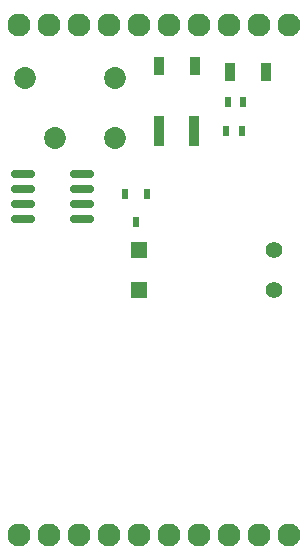
<source format=gbr>
%TF.GenerationSoftware,KiCad,Pcbnew,8.0.8*%
%TF.CreationDate,2025-02-16T23:44:15-05:00*%
%TF.ProjectId,RTDS Control Module V2.0,52544453-2043-46f6-9e74-726f6c204d6f,rev?*%
%TF.SameCoordinates,Original*%
%TF.FileFunction,Soldermask,Top*%
%TF.FilePolarity,Negative*%
%FSLAX46Y46*%
G04 Gerber Fmt 4.6, Leading zero omitted, Abs format (unit mm)*
G04 Created by KiCad (PCBNEW 8.0.8) date 2025-02-16 23:44:15*
%MOMM*%
%LPD*%
G01*
G04 APERTURE LIST*
G04 Aperture macros list*
%AMRoundRect*
0 Rectangle with rounded corners*
0 $1 Rounding radius*
0 $2 $3 $4 $5 $6 $7 $8 $9 X,Y pos of 4 corners*
0 Add a 4 corners polygon primitive as box body*
4,1,4,$2,$3,$4,$5,$6,$7,$8,$9,$2,$3,0*
0 Add four circle primitives for the rounded corners*
1,1,$1+$1,$2,$3*
1,1,$1+$1,$4,$5*
1,1,$1+$1,$6,$7*
1,1,$1+$1,$8,$9*
0 Add four rect primitives between the rounded corners*
20,1,$1+$1,$2,$3,$4,$5,0*
20,1,$1+$1,$4,$5,$6,$7,0*
20,1,$1+$1,$6,$7,$8,$9,0*
20,1,$1+$1,$8,$9,$2,$3,0*%
G04 Aperture macros list end*
%ADD10R,0.609600X0.889000*%
%ADD11R,0.558800X0.863600*%
%ADD12R,0.863600X1.600200*%
%ADD13R,1.397000X1.397000*%
%ADD14C,1.397000*%
%ADD15C,1.854000*%
%ADD16C,1.954000*%
%ADD17R,0.955600X2.500000*%
%ADD18RoundRect,0.150000X-0.825000X-0.150000X0.825000X-0.150000X0.825000X0.150000X-0.825000X0.150000X0*%
%ADD19R,0.855600X1.600000*%
G04 APERTURE END LIST*
D10*
%TO.C,R4*%
X68512300Y-31900000D03*
X69807700Y-31900000D03*
%TD*%
D11*
%TO.C,U2*%
X61652500Y-39712400D03*
X59747500Y-39712400D03*
X60700000Y-42100000D03*
%TD*%
D12*
%TO.C,D1*%
X68636000Y-29400000D03*
X71684000Y-29400000D03*
%TD*%
D13*
%TO.C,R2*%
X61000000Y-47800000D03*
D14*
X72430000Y-47800000D03*
%TD*%
D15*
%TO.C,K1*%
X53890000Y-34980000D03*
X58970000Y-34980000D03*
X58970000Y-29900000D03*
X51350000Y-29900000D03*
%TD*%
D16*
%TO.C,J1*%
X50800000Y-68580000D03*
X53340000Y-68580000D03*
X55880000Y-68580000D03*
X58420000Y-68580000D03*
X60960000Y-68580000D03*
X63500000Y-68580000D03*
X66040000Y-68580000D03*
X68580000Y-68580000D03*
X71120000Y-68580000D03*
X73660000Y-68580000D03*
%TD*%
D17*
%TO.C,C1*%
X62682199Y-34400000D03*
X65637801Y-34400000D03*
%TD*%
D13*
%TO.C,R1*%
X60985000Y-44400000D03*
D14*
X72415000Y-44400000D03*
%TD*%
D18*
%TO.C,U1*%
X51185000Y-37995000D03*
X51185000Y-39265000D03*
X51185000Y-40535000D03*
X51185000Y-41805000D03*
X56135000Y-41805000D03*
X56135000Y-40535000D03*
X56135000Y-39265000D03*
X56135000Y-37995000D03*
%TD*%
D19*
%TO.C,C2*%
X62632199Y-28900000D03*
X65687801Y-28900000D03*
%TD*%
D10*
%TO.C,R3*%
X68364600Y-34400000D03*
X69660000Y-34400000D03*
%TD*%
D16*
%TO.C,J1*%
X50800000Y-25400000D03*
X53340000Y-25400000D03*
X55880000Y-25400000D03*
X58420000Y-25400000D03*
X60960000Y-25400000D03*
X63500000Y-25400000D03*
X66040000Y-25400000D03*
X68580000Y-25400000D03*
X71120000Y-25400000D03*
X73660000Y-25400000D03*
%TD*%
M02*

</source>
